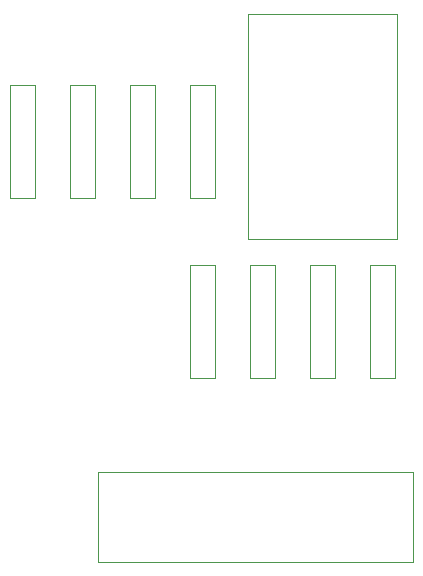
<source format=gbr>
%TF.GenerationSoftware,KiCad,Pcbnew,5.1.4-3.fc31*%
%TF.CreationDate,2019-11-08T16:10:22+01:00*%
%TF.ProjectId,LED_display,4c45445f-6469-4737-906c-61792e6b6963,rev?*%
%TF.SameCoordinates,PX76b1be0PY76b1be0*%
%TF.FileFunction,Other,User*%
%FSLAX46Y46*%
G04 Gerber Fmt 4.6, Leading zero omitted, Abs format (unit mm)*
G04 Created by KiCad (PCBNEW 5.1.4-3.fc31) date 2019-11-08 16:10:22*
%MOMM*%
%LPD*%
G04 APERTURE LIST*
%ADD10C,0.120000*%
%ADD11C,0.050000*%
G04 APERTURE END LIST*
D10*
%TO.C,J1*%
X38100000Y11430000D02*
X38100000Y3810000D01*
X38100000Y3810000D02*
X11430000Y3810000D01*
X11430000Y3810000D02*
X11430000Y11430000D01*
X11430000Y11430000D02*
X38100000Y11430000D01*
D11*
%TO.C,R1*%
X16290000Y34610000D02*
X16290000Y44130000D01*
X14190000Y34610000D02*
X16290000Y34610000D01*
X14190000Y44130000D02*
X14190000Y34610000D01*
X16290000Y44130000D02*
X14190000Y44130000D01*
%TO.C,R2*%
X21370000Y34610000D02*
X21370000Y44130000D01*
X19270000Y34610000D02*
X21370000Y34610000D01*
X19270000Y44130000D02*
X19270000Y34610000D01*
X21370000Y44130000D02*
X19270000Y44130000D01*
%TO.C,R3*%
X21370000Y19370000D02*
X21370000Y28890000D01*
X19270000Y19370000D02*
X21370000Y19370000D01*
X19270000Y28890000D02*
X19270000Y19370000D01*
X21370000Y28890000D02*
X19270000Y28890000D01*
%TO.C,R4*%
X26450000Y19370000D02*
X26450000Y28890000D01*
X24350000Y19370000D02*
X26450000Y19370000D01*
X24350000Y28890000D02*
X24350000Y19370000D01*
X26450000Y28890000D02*
X24350000Y28890000D01*
%TO.C,R5*%
X31530000Y19370000D02*
X31530000Y28890000D01*
X29430000Y19370000D02*
X31530000Y19370000D01*
X29430000Y28890000D02*
X29430000Y19370000D01*
X31530000Y28890000D02*
X29430000Y28890000D01*
%TO.C,R6*%
X6130000Y34610000D02*
X6130000Y44130000D01*
X4030000Y34610000D02*
X6130000Y34610000D01*
X4030000Y44130000D02*
X4030000Y34610000D01*
X6130000Y44130000D02*
X4030000Y44130000D01*
%TO.C,R7*%
X11210000Y34610000D02*
X11210000Y44130000D01*
X9110000Y34610000D02*
X11210000Y34610000D01*
X9110000Y44130000D02*
X9110000Y34610000D01*
X11210000Y44130000D02*
X9110000Y44130000D01*
%TO.C,R8*%
X36610000Y19370000D02*
X36610000Y28890000D01*
X34510000Y19370000D02*
X36610000Y19370000D01*
X34510000Y28890000D02*
X34510000Y19370000D01*
X36610000Y28890000D02*
X34510000Y28890000D01*
D10*
%TO.C,U1*%
X36779200Y50140000D02*
X36779200Y31140000D01*
X24180000Y50140000D02*
X24180000Y31140000D01*
X24180000Y50140000D02*
X36780000Y50140000D01*
X24180000Y31140000D02*
X36780000Y31140000D01*
%TD*%
M02*

</source>
